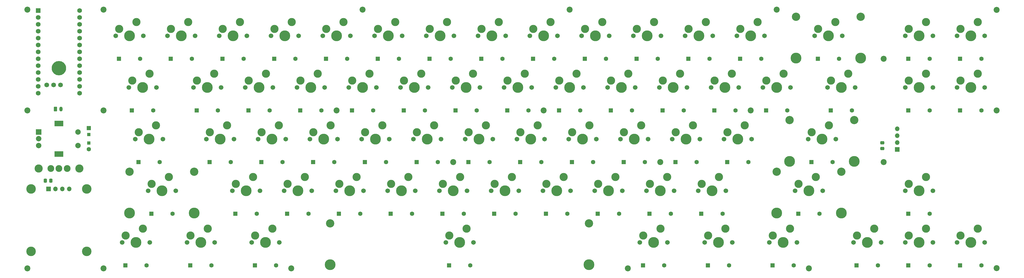
<source format=gts>
G04 #@! TF.GenerationSoftware,KiCad,Pcbnew,8.0.7*
G04 #@! TF.CreationDate,2025-01-01T21:32:49+11:00*
G04 #@! TF.ProjectId,Mainpcb,4d61696e-7063-4622-9e6b-696361645f70,rev?*
G04 #@! TF.SameCoordinates,Original*
G04 #@! TF.FileFunction,Soldermask,Top*
G04 #@! TF.FilePolarity,Negative*
%FSLAX46Y46*%
G04 Gerber Fmt 4.6, Leading zero omitted, Abs format (unit mm)*
G04 Created by KiCad (PCBNEW 8.0.7) date 2025-01-01 21:32:49*
%MOMM*%
%LPD*%
G01*
G04 APERTURE LIST*
G04 Aperture macros list*
%AMRoundRect*
0 Rectangle with rounded corners*
0 $1 Rounding radius*
0 $2 $3 $4 $5 $6 $7 $8 $9 X,Y pos of 4 corners*
0 Add a 4 corners polygon primitive as box body*
4,1,4,$2,$3,$4,$5,$6,$7,$8,$9,$2,$3,0*
0 Add four circle primitives for the rounded corners*
1,1,$1+$1,$2,$3*
1,1,$1+$1,$4,$5*
1,1,$1+$1,$6,$7*
1,1,$1+$1,$8,$9*
0 Add four rect primitives between the rounded corners*
20,1,$1+$1,$2,$3,$4,$5,0*
20,1,$1+$1,$4,$5,$6,$7,0*
20,1,$1+$1,$6,$7,$8,$9,0*
20,1,$1+$1,$8,$9,$2,$3,0*%
G04 Aperture macros list end*
%ADD10RoundRect,0.250000X0.337500X0.475000X-0.337500X0.475000X-0.337500X-0.475000X0.337500X-0.475000X0*%
%ADD11RoundRect,0.250000X-0.475000X0.337500X-0.475000X-0.337500X0.475000X-0.337500X0.475000X0.337500X0*%
%ADD12C,2.200000*%
%ADD13R,1.752600X1.752600*%
%ADD14C,1.752600*%
%ADD15R,3.200000X2.000000*%
%ADD16R,2.000000X2.000000*%
%ADD17C,2.000000*%
%ADD18C,3.000000*%
%ADD19C,2.500000*%
%ADD20C,1.701800*%
%ADD21C,3.987800*%
%ADD22R,1.600000X1.600000*%
%ADD23R,1.200000X1.200000*%
%ADD24C,1.600000*%
%ADD25C,5.300000*%
%ADD26C,3.048000*%
%ADD27RoundRect,0.250000X-0.350000X-0.625000X0.350000X-0.625000X0.350000X0.625000X-0.350000X0.625000X0*%
%ADD28O,1.200000X1.750000*%
%ADD29C,3.500000*%
%ADD30R,1.700000X1.700000*%
%ADD31O,1.700000X1.700000*%
G04 APERTURE END LIST*
D10*
X31037500Y-83500000D03*
X28962500Y-83500000D03*
D11*
X337000000Y-69500000D03*
X337000000Y-71575000D03*
D12*
X337500000Y-38500000D03*
X337500000Y-76600000D03*
D13*
X26380000Y-20740000D03*
D14*
X26380000Y-23280000D03*
X26380000Y-25820000D03*
X26380000Y-28360000D03*
X26380000Y-30900000D03*
X26380000Y-33440000D03*
X26380000Y-35980000D03*
X26380000Y-38520000D03*
X26380000Y-41060000D03*
X26380000Y-43600000D03*
X26380000Y-46140000D03*
X26380000Y-48680000D03*
X26380000Y-51220000D03*
X41620000Y-51220000D03*
X41620000Y-48680000D03*
X41620000Y-46140000D03*
X41620000Y-43600000D03*
X41620000Y-41060000D03*
X41620000Y-38520000D03*
X41620000Y-35980000D03*
X41620000Y-33440000D03*
X41620000Y-30900000D03*
X41620000Y-28360000D03*
X41620000Y-25820000D03*
X41620000Y-23280000D03*
X41620000Y-20740000D03*
X29460000Y-48125000D03*
X32000000Y-48125000D03*
X34540000Y-48125000D03*
D15*
X34000000Y-62400000D03*
X34000000Y-73600000D03*
D16*
X26500000Y-65500000D03*
D17*
X26500000Y-70500000D03*
X26500000Y-68000000D03*
X41000000Y-70500000D03*
X41000000Y-65500000D03*
D18*
X26500000Y-79000000D03*
X41500000Y-79000000D03*
D19*
X31000000Y-78950000D03*
X34000000Y-79000000D03*
X37000000Y-79000000D03*
D20*
X54920000Y-30000000D03*
D18*
X56190000Y-27460000D03*
D21*
X60000000Y-30000000D03*
D18*
X62540000Y-24920000D03*
D20*
X65080000Y-30000000D03*
D22*
X45000000Y-64100000D03*
D23*
X45000000Y-66425000D03*
X45000000Y-69575000D03*
D24*
X45000000Y-71900000D03*
D12*
X22381300Y-20381300D03*
X22381300Y-115818700D03*
X379086090Y-115725000D03*
X379086090Y-20475000D03*
X50381300Y-20381300D03*
X50381300Y-115818700D03*
X119529740Y-115818700D03*
X255263135Y-76600000D03*
X310028740Y-115818700D03*
X288599920Y-57550000D03*
D25*
X34000000Y-42000000D03*
D20*
X326380240Y-106200000D03*
D18*
X327650240Y-103660000D03*
D21*
X331460240Y-106200000D03*
D18*
X334000240Y-101120000D03*
D20*
X336540240Y-106200000D03*
D12*
X243354740Y-115818700D03*
D20*
X81112995Y-106200000D03*
D18*
X82382995Y-103660000D03*
D21*
X86192995Y-106200000D03*
D18*
X88732995Y-101120000D03*
D20*
X91272995Y-106200000D03*
X202558135Y-68100000D03*
D18*
X203828135Y-65560000D03*
D21*
X207638135Y-68100000D03*
D18*
X210178135Y-63020000D03*
D20*
X212718135Y-68100000D03*
X193032450Y-87150000D03*
D18*
X194302450Y-84610000D03*
D21*
X198112450Y-87150000D03*
D18*
X200652450Y-82070000D03*
D20*
X203192450Y-87150000D03*
X178744920Y-49050000D03*
D18*
X180014920Y-46510000D03*
D21*
X183824920Y-49050000D03*
D18*
X186364920Y-43970000D03*
D20*
X188904920Y-49050000D03*
X93020000Y-30000000D03*
D18*
X94290000Y-27460000D03*
D21*
X98100000Y-30000000D03*
D18*
X100640000Y-24920000D03*
D20*
X103180000Y-30000000D03*
X150170000Y-30000000D03*
D18*
X151440000Y-27460000D03*
D21*
X155250000Y-30000000D03*
D18*
X157790000Y-24920000D03*
D20*
X160330000Y-30000000D03*
D12*
X22381300Y-57550000D03*
D20*
X283520000Y-30000000D03*
D18*
X284790000Y-27460000D03*
D21*
X288600000Y-30000000D03*
D18*
X291140000Y-24920000D03*
D20*
X293680000Y-30000000D03*
X57301250Y-106200000D03*
D18*
X58571250Y-103660000D03*
D21*
X62381250Y-106200000D03*
D18*
X64921250Y-101120000D03*
D20*
X67461250Y-106200000D03*
X345431090Y-106200000D03*
D18*
X346701090Y-103660000D03*
D21*
X350511090Y-106200000D03*
D18*
X353051090Y-101120000D03*
D20*
X355591090Y-106200000D03*
X212082450Y-87150000D03*
D18*
X213352450Y-84610000D03*
D21*
X217162450Y-87150000D03*
D18*
X219702450Y-82070000D03*
D20*
X222242450Y-87150000D03*
X309713635Y-68100000D03*
D18*
X310983635Y-65560000D03*
D21*
X314793635Y-68100000D03*
D18*
X317333635Y-63020000D03*
D20*
X319873635Y-68100000D03*
X231132450Y-87150000D03*
D18*
X232402450Y-84610000D03*
D21*
X236212450Y-87150000D03*
D18*
X238752450Y-82070000D03*
D20*
X241292450Y-87150000D03*
X364482500Y-49050000D03*
D18*
X365752500Y-46510000D03*
D21*
X369562500Y-49050000D03*
D18*
X372102500Y-43970000D03*
D20*
X374642500Y-49050000D03*
D21*
X83806250Y-95405000D03*
X60006250Y-95405000D03*
D26*
X83806250Y-80165000D03*
X60006250Y-80165000D03*
D20*
X97782450Y-87150000D03*
D18*
X99052450Y-84610000D03*
D21*
X102862450Y-87150000D03*
D18*
X105402450Y-82070000D03*
D20*
X107942450Y-87150000D03*
X295423740Y-106200000D03*
D18*
X296693740Y-103660000D03*
D21*
X300503740Y-106200000D03*
D18*
X303043740Y-101120000D03*
D20*
X305583740Y-106200000D03*
X59682500Y-49050000D03*
D18*
X60952500Y-46510000D03*
D21*
X64762500Y-49050000D03*
D18*
X67302500Y-43970000D03*
D20*
X69842500Y-49050000D03*
X259708135Y-68100000D03*
D18*
X260978135Y-65560000D03*
D21*
X264788135Y-68100000D03*
D18*
X267328135Y-63020000D03*
D20*
X269868135Y-68100000D03*
X131120000Y-30000000D03*
D18*
X132390000Y-27460000D03*
D21*
X136200000Y-30000000D03*
D18*
X138740000Y-24920000D03*
D20*
X141280000Y-30000000D03*
X83494920Y-49050000D03*
D18*
X84764920Y-46510000D03*
D21*
X88574920Y-49050000D03*
D18*
X91114920Y-43970000D03*
D20*
X93654920Y-49050000D03*
X264470000Y-30000000D03*
D18*
X265740000Y-27460000D03*
D21*
X269550000Y-30000000D03*
D18*
X272090000Y-24920000D03*
D20*
X274630000Y-30000000D03*
X278758135Y-68100000D03*
D18*
X280028135Y-65560000D03*
D21*
X283838135Y-68100000D03*
D18*
X286378135Y-63020000D03*
D20*
X288918135Y-68100000D03*
X316857420Y-49050000D03*
D18*
X318127420Y-46510000D03*
D21*
X321937420Y-49050000D03*
D18*
X324477420Y-43970000D03*
D20*
X327017420Y-49050000D03*
X164458135Y-68100000D03*
D18*
X165728135Y-65560000D03*
D21*
X169538135Y-68100000D03*
D18*
X172078135Y-63020000D03*
D20*
X174618135Y-68100000D03*
D12*
X221925000Y-20381300D03*
D20*
X73970000Y-30000000D03*
D18*
X75240000Y-27460000D03*
D21*
X79050000Y-30000000D03*
D18*
X81590000Y-24920000D03*
D20*
X84130000Y-30000000D03*
D12*
X179063135Y-76600000D03*
D27*
X32730000Y-57050000D03*
D28*
X34730000Y-57050000D03*
D20*
X345431090Y-87150000D03*
D18*
X346701090Y-84610000D03*
D21*
X350511090Y-87150000D03*
D18*
X353051090Y-82070000D03*
D20*
X355591090Y-87150000D03*
X345432500Y-49050000D03*
D18*
X346702500Y-46510000D03*
D21*
X350512500Y-49050000D03*
D18*
X353052500Y-43970000D03*
D20*
X355592500Y-49050000D03*
D12*
X145725000Y-20381300D03*
D20*
X364482500Y-30000000D03*
D18*
X365752500Y-27460000D03*
D21*
X369562500Y-30000000D03*
D18*
X372102500Y-24920000D03*
D20*
X374642500Y-30000000D03*
X312095000Y-30000000D03*
D18*
X313365000Y-27460000D03*
D21*
X317175000Y-30000000D03*
D18*
X319715000Y-24920000D03*
D20*
X322255000Y-30000000D03*
X145408135Y-68100000D03*
D18*
X146678135Y-65560000D03*
D21*
X150488135Y-68100000D03*
D18*
X153028135Y-63020000D03*
D20*
X155568135Y-68100000D03*
D26*
X133816590Y-99215000D03*
D21*
X133816590Y-114455000D03*
D26*
X229066590Y-99215000D03*
D21*
X229066590Y-114455000D03*
D20*
X221608135Y-68100000D03*
D18*
X222878135Y-65560000D03*
D21*
X226688135Y-68100000D03*
D18*
X229228135Y-63020000D03*
D20*
X231768135Y-68100000D03*
X235894920Y-49050000D03*
D18*
X237164920Y-46510000D03*
D21*
X240974920Y-49050000D03*
D18*
X243514920Y-43970000D03*
D20*
X246054920Y-49050000D03*
X154932450Y-87150000D03*
D18*
X156202450Y-84610000D03*
D21*
X160012450Y-87150000D03*
D18*
X162552450Y-82070000D03*
D20*
X165092450Y-87150000D03*
X197794920Y-49050000D03*
D18*
X199064920Y-46510000D03*
D21*
X202874920Y-49050000D03*
D18*
X205414920Y-43970000D03*
D20*
X207954920Y-49050000D03*
X240658135Y-68100000D03*
D18*
X241928135Y-65560000D03*
D21*
X245738135Y-68100000D03*
D18*
X248278135Y-63020000D03*
D20*
X250818135Y-68100000D03*
X245420000Y-30000000D03*
D18*
X246690000Y-27460000D03*
D21*
X250500000Y-30000000D03*
D18*
X253040000Y-24920000D03*
D20*
X255580000Y-30000000D03*
X293044920Y-49050000D03*
D18*
X294314920Y-46510000D03*
D21*
X298124920Y-49050000D03*
D18*
X300664920Y-43970000D03*
D20*
X303204920Y-49050000D03*
D12*
X379086090Y-57550000D03*
D20*
X345432500Y-30000000D03*
D18*
X346702500Y-27460000D03*
D21*
X350512500Y-30000000D03*
D18*
X353052500Y-24920000D03*
D20*
X355592500Y-30000000D03*
X247799740Y-106200000D03*
D18*
X249069740Y-103660000D03*
D21*
X252879740Y-106200000D03*
D18*
X255419740Y-101120000D03*
D20*
X257959740Y-106200000D03*
X176361740Y-106200000D03*
D18*
X177631740Y-103660000D03*
D21*
X181441740Y-106200000D03*
D18*
X183981740Y-101120000D03*
D20*
X186521740Y-106200000D03*
X269232450Y-87150000D03*
D18*
X270502450Y-84610000D03*
D21*
X274312450Y-87150000D03*
D18*
X276852450Y-82070000D03*
D20*
X279392450Y-87150000D03*
X304950450Y-87150000D03*
D18*
X306220450Y-84610000D03*
D21*
X310030450Y-87150000D03*
D18*
X312570450Y-82070000D03*
D20*
X315110450Y-87150000D03*
X250182450Y-87150000D03*
D18*
X251452450Y-84610000D03*
D21*
X255262450Y-87150000D03*
D18*
X257802450Y-82070000D03*
D20*
X260342450Y-87150000D03*
X102544920Y-49050000D03*
D18*
X103814920Y-46510000D03*
D21*
X107624920Y-49050000D03*
D18*
X110164920Y-43970000D03*
D20*
X112704920Y-49050000D03*
X112070000Y-30000000D03*
D18*
X113340000Y-27460000D03*
D21*
X117150000Y-30000000D03*
D18*
X119690000Y-24920000D03*
D20*
X122230000Y-30000000D03*
D21*
X321930450Y-95405000D03*
X298130450Y-95405000D03*
D26*
X321930450Y-80165000D03*
X298130450Y-80165000D03*
D20*
X135882450Y-87150000D03*
D18*
X137152450Y-84610000D03*
D21*
X140962450Y-87150000D03*
D18*
X143502450Y-82070000D03*
D20*
X146042450Y-87150000D03*
X140644920Y-49050000D03*
D18*
X141914920Y-46510000D03*
D21*
X145724920Y-49050000D03*
D18*
X148264920Y-43970000D03*
D20*
X150804920Y-49050000D03*
X121594920Y-49050000D03*
D18*
X122864920Y-46510000D03*
D21*
X126674920Y-49050000D03*
D18*
X129214920Y-43970000D03*
D20*
X131754920Y-49050000D03*
D21*
X329075000Y-38255000D03*
X305275000Y-38255000D03*
D26*
X329075000Y-23015000D03*
X305275000Y-23015000D03*
D20*
X126358135Y-68100000D03*
D18*
X127628135Y-65560000D03*
D21*
X131438135Y-68100000D03*
D18*
X133978135Y-63020000D03*
D20*
X136518135Y-68100000D03*
X66826250Y-87150000D03*
D18*
X68096250Y-84610000D03*
D21*
X71906250Y-87150000D03*
D18*
X74446250Y-82070000D03*
D20*
X76986250Y-87150000D03*
X271611740Y-106200000D03*
D18*
X272881740Y-103660000D03*
D21*
X276691740Y-106200000D03*
D18*
X279231740Y-101120000D03*
D20*
X281771740Y-106200000D03*
X88258135Y-68100000D03*
D18*
X89528135Y-65560000D03*
D21*
X93338135Y-68100000D03*
D18*
X95878135Y-63020000D03*
D20*
X98418135Y-68100000D03*
X104924740Y-106200000D03*
D18*
X106194740Y-103660000D03*
D21*
X110004740Y-106200000D03*
D18*
X112544740Y-101120000D03*
D20*
X115084740Y-106200000D03*
D12*
X212399920Y-57550000D03*
D29*
X44250000Y-86500000D03*
X23750000Y-86500000D03*
X44250000Y-109500000D03*
X23750000Y-109500000D03*
D30*
X30190000Y-86500000D03*
D31*
X32730000Y-86500000D03*
X35270000Y-86500000D03*
X37810000Y-86500000D03*
D20*
X183508135Y-68100000D03*
D18*
X184778135Y-65560000D03*
D21*
X188588135Y-68100000D03*
D18*
X191128135Y-63020000D03*
D20*
X193668135Y-68100000D03*
X169220000Y-30000000D03*
D18*
X170490000Y-27460000D03*
D21*
X174300000Y-30000000D03*
D18*
X176840000Y-24920000D03*
D20*
X179380000Y-30000000D03*
X62063750Y-68100000D03*
D18*
X63333750Y-65560000D03*
D21*
X67143750Y-68100000D03*
D18*
X69683750Y-63020000D03*
D20*
X72223750Y-68100000D03*
X116832450Y-87150000D03*
D18*
X118102450Y-84610000D03*
D21*
X121912450Y-87150000D03*
D18*
X124452450Y-82070000D03*
D20*
X126992450Y-87150000D03*
X159694920Y-49050000D03*
D18*
X160964920Y-46510000D03*
D21*
X164774920Y-49050000D03*
D18*
X167314920Y-43970000D03*
D20*
X169854920Y-49050000D03*
X107308135Y-68100000D03*
D18*
X108578135Y-65560000D03*
D21*
X112388135Y-68100000D03*
D18*
X114928135Y-63020000D03*
D20*
X117468135Y-68100000D03*
X207320000Y-30000000D03*
D18*
X208590000Y-27460000D03*
D21*
X212400000Y-30000000D03*
D18*
X214940000Y-24920000D03*
D20*
X217480000Y-30000000D03*
D21*
X326693635Y-76355000D03*
X302893635Y-76355000D03*
D26*
X326693635Y-61115000D03*
X302893635Y-61115000D03*
D12*
X50381300Y-57550000D03*
D20*
X216844920Y-49050000D03*
D18*
X218114920Y-46510000D03*
D21*
X221924920Y-49050000D03*
D18*
X224464920Y-43970000D03*
D20*
X227004920Y-49050000D03*
X364481090Y-106200000D03*
D18*
X365751090Y-103660000D03*
D21*
X369561090Y-106200000D03*
D18*
X372101090Y-101120000D03*
D20*
X374641090Y-106200000D03*
D12*
X136199920Y-57550000D03*
D20*
X173982450Y-87150000D03*
D18*
X175252450Y-84610000D03*
D21*
X179062450Y-87150000D03*
D18*
X181602450Y-82070000D03*
D20*
X184142450Y-87150000D03*
X273994920Y-49050000D03*
D18*
X275264920Y-46510000D03*
D21*
X279074920Y-49050000D03*
D18*
X281614920Y-43970000D03*
D20*
X284154920Y-49050000D03*
D12*
X298125000Y-20381300D03*
D20*
X254944920Y-49050000D03*
D18*
X256214920Y-46510000D03*
D21*
X260024920Y-49050000D03*
D18*
X262564920Y-43970000D03*
D20*
X265104920Y-49050000D03*
D30*
X342537500Y-71910000D03*
D31*
X342537500Y-69370000D03*
X342537500Y-66830000D03*
X342537500Y-64290000D03*
D20*
X188270000Y-30000000D03*
D18*
X189540000Y-27460000D03*
D21*
X193350000Y-30000000D03*
D18*
X195890000Y-24920000D03*
D20*
X198430000Y-30000000D03*
X226370000Y-30000000D03*
D18*
X227640000Y-27460000D03*
D21*
X231450000Y-30000000D03*
D18*
X233990000Y-24920000D03*
D20*
X236530000Y-30000000D03*
D22*
X151350000Y-38500000D03*
D24*
X159150000Y-38500000D03*
D22*
X346612500Y-57550000D03*
D24*
X354412500Y-57550000D03*
D22*
X170400000Y-38500000D03*
D24*
X178200000Y-38500000D03*
D22*
X208500000Y-38500000D03*
D24*
X216300000Y-38500000D03*
D22*
X194212450Y-95650000D03*
D24*
X202012450Y-95650000D03*
D22*
X89438135Y-76600000D03*
D24*
X97238135Y-76600000D03*
D22*
X175162450Y-95650000D03*
D24*
X182962450Y-95650000D03*
D22*
X346611090Y-95650000D03*
D24*
X354411090Y-95650000D03*
D22*
X296604590Y-114700000D03*
D24*
X304404590Y-114700000D03*
D22*
X227550000Y-38500000D03*
D24*
X235350000Y-38500000D03*
D22*
X284700000Y-38500000D03*
D24*
X292500000Y-38500000D03*
D22*
X184688135Y-76600000D03*
D24*
X192488135Y-76600000D03*
D22*
X213262450Y-95650000D03*
D24*
X221062450Y-95650000D03*
D22*
X122774920Y-57550000D03*
D24*
X130574920Y-57550000D03*
D22*
X141824920Y-57550000D03*
D24*
X149624920Y-57550000D03*
D22*
X365661090Y-114700000D03*
D24*
X373461090Y-114700000D03*
D22*
X63243750Y-76600000D03*
D24*
X71043750Y-76600000D03*
D22*
X275174920Y-57550000D03*
D24*
X282974920Y-57550000D03*
D22*
X177541590Y-114700000D03*
D24*
X185341590Y-114700000D03*
D22*
X56100000Y-38500000D03*
D24*
X63900000Y-38500000D03*
D22*
X294224920Y-57550000D03*
D24*
X302024920Y-57550000D03*
D22*
X365662500Y-38500000D03*
D24*
X373462500Y-38500000D03*
D22*
X232312450Y-95650000D03*
D24*
X240112450Y-95650000D03*
D22*
X248979590Y-114700000D03*
D24*
X256779590Y-114700000D03*
D22*
X265650000Y-38500000D03*
D24*
X273450000Y-38500000D03*
D22*
X160874920Y-57550000D03*
D24*
X168674920Y-57550000D03*
D22*
X270412450Y-95650000D03*
D24*
X278212450Y-95650000D03*
D22*
X260888135Y-76600000D03*
D24*
X268688135Y-76600000D03*
D22*
X310893635Y-76600000D03*
D24*
X318693635Y-76600000D03*
D22*
X203738135Y-76600000D03*
D24*
X211538135Y-76600000D03*
D22*
X246600000Y-38500000D03*
D24*
X254400000Y-38500000D03*
D22*
X58481250Y-114700000D03*
D24*
X66281250Y-114700000D03*
D22*
X218024920Y-57550000D03*
D24*
X225824920Y-57550000D03*
D22*
X306130450Y-95650000D03*
D24*
X313930450Y-95650000D03*
D22*
X82292995Y-114700000D03*
D24*
X90092995Y-114700000D03*
D22*
X75150000Y-38500000D03*
D24*
X82950000Y-38500000D03*
D22*
X346611090Y-114700000D03*
D24*
X354411090Y-114700000D03*
D22*
X118012450Y-95650000D03*
D24*
X125812450Y-95650000D03*
D22*
X113250000Y-38500000D03*
D24*
X121050000Y-38500000D03*
D22*
X327561090Y-114700000D03*
D24*
X335361090Y-114700000D03*
D22*
X106104740Y-114700000D03*
D24*
X113904740Y-114700000D03*
D22*
X222788135Y-76600000D03*
D24*
X230588135Y-76600000D03*
D22*
X179924920Y-57550000D03*
D24*
X187724920Y-57550000D03*
D22*
X251362450Y-95650000D03*
D24*
X259162450Y-95650000D03*
D22*
X60862500Y-57550000D03*
D24*
X68662500Y-57550000D03*
D22*
X279938135Y-76600000D03*
D24*
X287738135Y-76600000D03*
D22*
X198974920Y-57550000D03*
D24*
X206774920Y-57550000D03*
D22*
X132300000Y-38500000D03*
D24*
X140100000Y-38500000D03*
D22*
X237074920Y-57550000D03*
D24*
X244874920Y-57550000D03*
D22*
X108488135Y-76600000D03*
D24*
X116288135Y-76600000D03*
D22*
X103724920Y-57550000D03*
D24*
X111524920Y-57550000D03*
D22*
X272791590Y-114700000D03*
D24*
X280591590Y-114700000D03*
D22*
X313275000Y-38500000D03*
D24*
X321075000Y-38500000D03*
D22*
X165638135Y-76600000D03*
D24*
X173438135Y-76600000D03*
D22*
X318037420Y-57550000D03*
D24*
X325837420Y-57550000D03*
D22*
X189450000Y-38500000D03*
D24*
X197250000Y-38500000D03*
D22*
X127538135Y-76600000D03*
D24*
X135338135Y-76600000D03*
D22*
X156112450Y-95650000D03*
D24*
X163912450Y-95650000D03*
D22*
X98962450Y-95650000D03*
D24*
X106762450Y-95650000D03*
D22*
X241838135Y-76600000D03*
D24*
X249638135Y-76600000D03*
D22*
X68006250Y-95650000D03*
D24*
X75806250Y-95650000D03*
D22*
X256124920Y-57550000D03*
D24*
X263924920Y-57550000D03*
D22*
X146588135Y-76600000D03*
D24*
X154388135Y-76600000D03*
D22*
X365662500Y-57550000D03*
D24*
X373462500Y-57550000D03*
D22*
X94200000Y-38500000D03*
D24*
X102000000Y-38500000D03*
D22*
X84674920Y-57550000D03*
D24*
X92474920Y-57550000D03*
D22*
X137062450Y-95650000D03*
D24*
X144862450Y-95650000D03*
D22*
X346612500Y-38500000D03*
D24*
X354412500Y-38500000D03*
M02*

</source>
